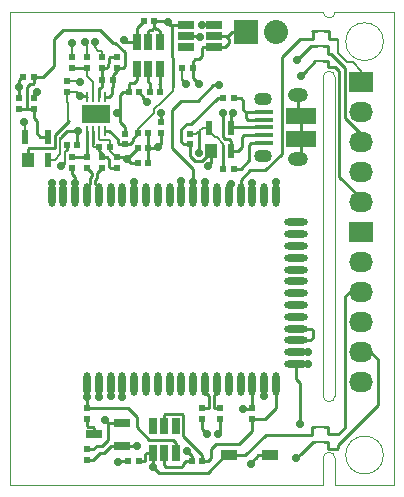
<source format=gtl>
G04 #@! TF.FileFunction,Copper,L1,Top,Signal*
%FSLAX46Y46*%
G04 Gerber Fmt 4.6, Leading zero omitted, Abs format (unit mm)*
G04 Created by KiCad (PCBNEW 4.0.2-stable) date 05/06/2016 01:14:17*
%MOMM*%
G01*
G04 APERTURE LIST*
%ADD10C,0.100000*%
%ADD11R,0.260000X0.900000*%
%ADD12R,2.450000X1.575000*%
%ADD13O,2.000000X0.600000*%
%ADD14O,0.600000X2.000000*%
%ADD15R,1.650000X0.400000*%
%ADD16O,1.500000X1.100000*%
%ADD17O,1.700000X1.200000*%
%ADD18R,2.500000X1.425000*%
%ADD19R,2.032000X1.727200*%
%ADD20O,2.032000X1.727200*%
%ADD21R,0.510000X0.580000*%
%ADD22R,0.580000X0.510000*%
%ADD23R,1.320000X0.640000*%
%ADD24R,1.030000X1.250000*%
%ADD25R,0.610000X1.250000*%
%ADD26R,0.640000X1.320000*%
%ADD27R,2.032000X2.032000*%
%ADD28O,2.032000X2.032000*%
%ADD29R,1.470000X0.890000*%
%ADD30C,0.700000*%
%ADD31C,0.250000*%
%ADD32C,0.200000*%
%ADD33C,0.225000*%
G04 APERTURE END LIST*
D10*
X137000000Y-50500000D02*
G75*
G03X137500000Y-50000000I0J500000D01*
G01*
X136500000Y-50000000D02*
G75*
G03X137000000Y-50500000I500000J0D01*
G01*
X136500000Y-57750000D02*
X136500000Y-55500000D01*
X137500000Y-55500000D02*
X137500000Y-57750000D01*
X137500000Y-55500000D02*
G75*
G03X137000000Y-55000000I-500000J0D01*
G01*
X137000000Y-55000000D02*
G75*
G03X136500000Y-55500000I0J-500000D01*
G01*
X137500000Y-65750000D02*
X137500000Y-70500000D01*
X136500000Y-58500000D02*
X136500000Y-63250000D01*
X136500000Y-75500000D02*
X136500000Y-70750000D01*
X137500000Y-70750000D02*
X137500000Y-75500000D01*
X136500000Y-87750000D02*
X136500000Y-90000000D01*
X137500000Y-90000000D02*
X137500000Y-87750000D01*
X137500000Y-57750000D02*
X137500000Y-65750000D01*
X137500000Y-70500000D02*
X137500000Y-70750000D01*
X136500000Y-63500000D02*
X136500000Y-70750000D01*
X136500000Y-63500000D02*
X136500000Y-63250000D01*
X141600000Y-87500000D02*
G75*
G03X141600000Y-87500000I-1600000J0D01*
G01*
X141600000Y-52500000D02*
G75*
G03X141600000Y-52500000I-1600000J0D01*
G01*
X136500000Y-58500000D02*
X136500000Y-57750000D01*
X142500000Y-90000000D02*
X140000000Y-90000000D01*
X142500000Y-50000000D02*
X139000000Y-50000000D01*
X142500000Y-90000000D02*
X142500000Y-50000000D01*
X139000000Y-50000000D02*
X137500000Y-50000000D01*
X136500000Y-50000000D02*
X110000000Y-50000000D01*
X136500000Y-82500000D02*
X136500000Y-75500000D01*
X137500000Y-75500000D02*
X137500000Y-82500000D01*
X137000000Y-83000000D02*
G75*
G03X137500000Y-82500000I0J500000D01*
G01*
X136500000Y-82500000D02*
G75*
G03X137000000Y-83000000I500000J0D01*
G01*
X137500000Y-87750000D02*
G75*
G03X137000000Y-87250000I-500000J0D01*
G01*
X137000000Y-87250000D02*
G75*
G03X136500000Y-87750000I0J-500000D01*
G01*
X137500000Y-90000000D02*
X139000000Y-90000000D01*
X136500000Y-90000000D02*
X110000000Y-90000000D01*
X140000000Y-90000000D02*
X139000000Y-90000000D01*
X110000000Y-50000000D02*
X110000000Y-90000000D01*
D11*
X118000000Y-57165000D03*
X117500000Y-57165000D03*
X117000000Y-57165000D03*
X116500000Y-57165000D03*
X116500000Y-60035000D03*
X117000000Y-60035000D03*
X117500000Y-60035000D03*
X118000000Y-60035000D03*
D12*
X117250000Y-58600000D03*
D13*
X134200000Y-73800000D03*
D14*
X116500000Y-81500000D03*
X117500000Y-81500000D03*
X118500000Y-81500000D03*
X119500000Y-81500000D03*
X120500000Y-81500000D03*
X121500000Y-81500000D03*
X122500000Y-81500000D03*
X123500000Y-81500000D03*
X124500000Y-81500000D03*
X125500000Y-81500000D03*
X126500000Y-81500000D03*
X127500000Y-81500000D03*
X128500000Y-81500000D03*
X129500000Y-81500000D03*
X130500000Y-81500000D03*
X131500000Y-81500000D03*
X132500000Y-81500000D03*
D13*
X134200000Y-79800000D03*
X134200000Y-78800000D03*
X134200000Y-77800000D03*
X134200000Y-76800000D03*
X134200000Y-75800000D03*
X134200000Y-74800000D03*
X134200000Y-72800000D03*
X134200000Y-71800000D03*
X134200000Y-70800000D03*
X134200000Y-69800000D03*
X134200000Y-68800000D03*
X134200000Y-67800000D03*
D14*
X132500000Y-65500000D03*
X131500000Y-65500000D03*
X130500000Y-65500000D03*
X129500000Y-65500000D03*
X128500000Y-65500000D03*
X127500000Y-65500000D03*
X126500000Y-65500000D03*
X125500000Y-65500000D03*
X124500000Y-65500000D03*
X123500000Y-65500000D03*
X122500000Y-65500000D03*
X121500000Y-65500000D03*
X120500000Y-65500000D03*
X119500000Y-65500000D03*
X118500000Y-65500000D03*
X117500000Y-65500000D03*
X116500000Y-65500000D03*
X115500000Y-65500000D03*
X114500000Y-65500000D03*
X113500000Y-65500000D03*
D15*
X131500000Y-61050000D03*
X131500000Y-60400000D03*
X131500000Y-59750900D03*
X131500000Y-59100000D03*
X131500000Y-58450000D03*
D16*
X131375000Y-62175000D03*
X131375000Y-57325000D03*
D17*
X134375000Y-62475000D03*
X134375000Y-57025000D03*
D18*
X134625000Y-60712500D03*
X134625000Y-58787500D03*
D19*
X139700000Y-68580000D03*
D20*
X139700000Y-71120000D03*
X139700000Y-73660000D03*
X139700000Y-76200000D03*
X139700000Y-78740000D03*
X139700000Y-81280000D03*
D21*
X122195000Y-50750000D03*
X121305000Y-50750000D03*
D22*
X127750000Y-83555000D03*
X127750000Y-84445000D03*
X116500000Y-83555000D03*
X116500000Y-84445000D03*
X116500000Y-87890000D03*
X116500000Y-87000000D03*
X115250000Y-54695000D03*
X115250000Y-53805000D03*
X130500000Y-83555000D03*
X130500000Y-84445000D03*
X126250000Y-83555000D03*
X126250000Y-84445000D03*
X115250000Y-62305000D03*
X115250000Y-63195000D03*
D21*
X120805000Y-62750000D03*
X121695000Y-62750000D03*
X112000000Y-55500000D03*
X111110000Y-55500000D03*
D22*
X116500000Y-54695000D03*
X116500000Y-53805000D03*
X116500000Y-62305000D03*
X116500000Y-63195000D03*
X117750000Y-62305000D03*
X117750000Y-63195000D03*
X119000000Y-54695000D03*
X119000000Y-53805000D03*
X119000000Y-62305000D03*
X119000000Y-63195000D03*
X117750000Y-54695000D03*
X117750000Y-53805000D03*
D23*
X124900000Y-51050000D03*
X124900000Y-52000000D03*
X124900000Y-52950000D03*
X127250000Y-52950000D03*
X127250000Y-52000000D03*
X127250000Y-51050000D03*
D24*
X111500000Y-62500000D03*
D25*
X113190000Y-62500000D03*
X113190000Y-60550000D03*
X111290000Y-60550000D03*
D26*
X122650000Y-52500000D03*
X121700000Y-52500000D03*
X120750000Y-52500000D03*
X120750000Y-54850000D03*
X121700000Y-54850000D03*
X122650000Y-54850000D03*
D24*
X127010000Y-61725000D03*
D25*
X128700000Y-61725000D03*
X128700000Y-59775000D03*
X126800000Y-59775000D03*
D23*
X119425000Y-86700000D03*
X119425000Y-84800000D03*
X117075000Y-85750000D03*
D21*
X121805000Y-56750000D03*
X122695000Y-56750000D03*
X118445000Y-61400000D03*
X117555000Y-61400000D03*
X118695000Y-55750000D03*
X117805000Y-55750000D03*
D22*
X119750000Y-61195000D03*
X119750000Y-60305000D03*
X114800000Y-56745000D03*
X114800000Y-55855000D03*
D27*
X130000000Y-51700000D03*
D28*
X132540000Y-51700000D03*
D26*
X122100000Y-87350000D03*
X123050000Y-87350000D03*
X124000000Y-87350000D03*
X124000000Y-85000000D03*
X123050000Y-85000000D03*
X122100000Y-85000000D03*
D19*
X139700000Y-55880000D03*
D20*
X139700000Y-58420000D03*
X139700000Y-60960000D03*
X139700000Y-63500000D03*
X139700000Y-66040000D03*
X139700000Y-68580000D03*
D22*
X122750000Y-60195000D03*
X122750000Y-59305000D03*
D21*
X128945000Y-57250000D03*
X128055000Y-57250000D03*
X128945000Y-63250000D03*
X128055000Y-63250000D03*
D29*
X128500000Y-87500000D03*
X132000000Y-87500000D03*
D21*
X120805000Y-61500000D03*
X121695000Y-61500000D03*
D22*
X110750000Y-58195000D03*
X110750000Y-57305000D03*
X125250000Y-60305000D03*
X125250000Y-61195000D03*
D21*
X126250000Y-88000000D03*
X125360000Y-88000000D03*
X125445000Y-54750000D03*
X124555000Y-54750000D03*
X120890000Y-88000000D03*
X120000000Y-88000000D03*
X120055000Y-56750000D03*
X120945000Y-56750000D03*
X120805000Y-60250000D03*
X121695000Y-60250000D03*
X115695000Y-61250000D03*
X114805000Y-61250000D03*
D22*
X112000000Y-58190000D03*
X112000000Y-57300000D03*
D30*
X135200000Y-79800000D03*
X117500000Y-82600000D03*
X118500000Y-82500000D03*
X119500000Y-82600000D03*
X119100000Y-88100000D03*
X126747676Y-62998477D03*
X132500000Y-64400000D03*
X134500000Y-84900000D03*
X125000000Y-87200000D03*
X124900000Y-56100000D03*
X119592210Y-52337588D03*
X126039998Y-52100000D03*
X122500000Y-61400000D03*
X120500000Y-64400000D03*
X124500000Y-64300000D03*
X115200000Y-52600000D03*
X115900000Y-55900000D03*
X115500000Y-64500000D03*
X121600000Y-57600000D03*
X110724980Y-56367425D03*
X122100000Y-88524980D03*
X127700000Y-56200000D03*
X125500000Y-64400000D03*
X125944998Y-61920037D03*
X125950000Y-56050000D03*
X130400000Y-88300000D03*
X120700000Y-86700000D03*
X126500000Y-64400000D03*
X111200000Y-59300000D03*
X123350000Y-50850000D03*
X119900000Y-62400000D03*
X115700000Y-60100000D03*
X112243144Y-56729708D03*
X114300000Y-63000000D03*
X122800000Y-58500000D03*
X126200000Y-51100000D03*
X116500000Y-82600000D03*
X129700000Y-83600000D03*
X134275066Y-54029688D03*
X130500000Y-64500000D03*
X128667009Y-64570455D03*
X134600124Y-55379709D03*
X135200000Y-78800000D03*
X134227311Y-87772689D03*
X131500000Y-82500000D03*
X126656885Y-85693091D03*
X128000021Y-58500000D03*
X127556885Y-85693091D03*
X128900000Y-58500000D03*
X117200000Y-52495998D03*
X114500000Y-64500000D03*
X116300000Y-52495998D03*
X113500000Y-64500000D03*
X119025002Y-58500000D03*
X115900000Y-57100000D03*
X118000000Y-84500000D03*
D31*
X134200000Y-79800000D02*
X135200000Y-79800000D01*
X117500000Y-81500000D02*
X117500000Y-82600000D01*
X118500000Y-81500000D02*
X118500000Y-82500000D01*
X119500000Y-81500000D02*
X119500000Y-82600000D01*
X120000000Y-88000000D02*
X119200000Y-88000000D01*
X119200000Y-88000000D02*
X119100000Y-88100000D01*
X127010000Y-61725000D02*
X127010000Y-62736153D01*
X127010000Y-62736153D02*
X126747676Y-62998477D01*
X132500000Y-64400000D02*
X132500000Y-65500000D01*
X134500000Y-81400000D02*
X134200000Y-81100000D01*
X134200000Y-81100000D02*
X134200000Y-79800000D01*
X134500000Y-84900000D02*
X134500000Y-81400000D01*
X124900000Y-56100000D02*
X124550001Y-55750001D01*
X124550001Y-55750001D02*
X124550001Y-55659999D01*
X124550001Y-55659999D02*
X124555000Y-55655000D01*
X125360000Y-88000000D02*
X125360000Y-87560000D01*
X125360000Y-87560000D02*
X125000000Y-87200000D01*
X123200000Y-88500000D02*
X123050000Y-88350000D01*
X123050000Y-88350000D02*
X123050000Y-87350000D01*
X124500000Y-88500000D02*
X123200000Y-88500000D01*
X124600000Y-88400000D02*
X124500000Y-88500000D01*
X124600000Y-88255000D02*
X124600000Y-88400000D01*
X125360000Y-88000000D02*
X124855000Y-88000000D01*
X124855000Y-88000000D02*
X124600000Y-88255000D01*
D32*
X124555000Y-54750000D02*
X124555000Y-55655000D01*
X124555000Y-55655000D02*
X124600000Y-55700000D01*
D31*
X127010000Y-61835000D02*
X127010000Y-61725000D01*
X126245000Y-62600000D02*
X127010000Y-61835000D01*
X125625957Y-62600000D02*
X126245000Y-62600000D01*
X125250000Y-62224043D02*
X125625957Y-62600000D01*
X125250000Y-61195000D02*
X125250000Y-62224043D01*
X124500000Y-61000000D02*
X124695000Y-61195000D01*
X124695000Y-61195000D02*
X125250000Y-61195000D01*
X124500000Y-59924998D02*
X124500000Y-61000000D01*
X125300000Y-59500000D02*
X124924998Y-59500000D01*
X124924998Y-59500000D02*
X124500000Y-59924998D01*
X128055000Y-57250000D02*
X127550000Y-57250000D01*
X127550000Y-57250000D02*
X125300000Y-59500000D01*
X120750000Y-52500000D02*
X119754622Y-52500000D01*
X119754622Y-52500000D02*
X119592210Y-52337588D01*
X125939998Y-52000000D02*
X126039998Y-52100000D01*
X124900000Y-52000000D02*
X125939998Y-52000000D01*
X122750000Y-60195000D02*
X122750000Y-61150000D01*
X122750000Y-61150000D02*
X122500000Y-61400000D01*
X121695000Y-61500000D02*
X122400000Y-61500000D01*
X122400000Y-61500000D02*
X122500000Y-61400000D01*
X121695000Y-60250000D02*
X121695000Y-61500000D01*
X121695000Y-62750000D02*
X121695000Y-61500000D01*
X120500000Y-65500000D02*
X120500000Y-64400000D01*
X124500000Y-65500000D02*
X124500000Y-64300000D01*
D32*
X115250000Y-53805000D02*
X115250000Y-52650000D01*
X115250000Y-52650000D02*
X115200000Y-52600000D01*
X114800000Y-55855000D02*
X115855000Y-55855000D01*
X115855000Y-55855000D02*
X115900000Y-55900000D01*
D31*
X120750000Y-52500000D02*
X120750000Y-51305000D01*
X120750000Y-51305000D02*
X121305000Y-50750000D01*
X115250000Y-63195000D02*
X115250000Y-63700000D01*
X115250000Y-63700000D02*
X115500000Y-63950000D01*
X115500000Y-63950000D02*
X115500000Y-64500000D01*
X115500000Y-65500000D02*
X115500000Y-64500000D01*
X121224999Y-57124999D02*
X121224999Y-57300001D01*
X121224999Y-57300001D02*
X121524998Y-57600000D01*
X121524998Y-57600000D02*
X121600000Y-57600000D01*
X120945000Y-56845000D02*
X121224999Y-57124999D01*
X120945000Y-56750000D02*
X120945000Y-56845000D01*
X111000000Y-55500000D02*
X110724980Y-55775020D01*
X110724980Y-55775020D02*
X110724980Y-56367425D01*
X111110000Y-55500000D02*
X111000000Y-55500000D01*
X110750000Y-57305000D02*
X110750000Y-56392445D01*
X110750000Y-56392445D02*
X110724980Y-56367425D01*
X122449999Y-88874979D02*
X122100000Y-88524980D01*
X128500000Y-87500000D02*
X128210000Y-87500000D01*
X126710000Y-89000000D02*
X122575020Y-89000000D01*
X128210000Y-87500000D02*
X126710000Y-89000000D01*
X122100000Y-87350000D02*
X122100000Y-88524980D01*
X122575020Y-89000000D02*
X122449999Y-88874979D01*
X123700000Y-61500000D02*
X125500000Y-63300000D01*
X125500000Y-63300000D02*
X125500000Y-64400000D01*
X123700000Y-58300000D02*
X123700000Y-61500000D01*
X124500000Y-57500000D02*
X123700000Y-58300000D01*
X125905026Y-57500000D02*
X124500000Y-57500000D01*
X127700000Y-56200000D02*
X127205026Y-56200000D01*
X127205026Y-56200000D02*
X125905026Y-57500000D01*
D32*
X126800000Y-60095000D02*
X126800000Y-59775000D01*
X127305000Y-60600000D02*
X126800000Y-60095000D01*
X127467120Y-60600000D02*
X127305000Y-60600000D01*
X128000000Y-61132880D02*
X127467120Y-60600000D01*
X128000000Y-61249999D02*
X128000000Y-61132880D01*
D31*
X131625000Y-85775000D02*
X129900000Y-87500000D01*
X129900000Y-87500000D02*
X128500000Y-87500000D01*
X135575000Y-85775000D02*
X131625000Y-85775000D01*
X125500000Y-65500000D02*
X125500000Y-64400000D01*
X120890000Y-88000000D02*
X121395000Y-88000000D01*
X121395000Y-88000000D02*
X121400000Y-87995000D01*
X121400000Y-87995000D02*
X121400000Y-87480000D01*
X121530000Y-87350000D02*
X122100000Y-87350000D01*
X121400000Y-87480000D02*
X121530000Y-87350000D01*
X126000000Y-60070000D02*
X126000000Y-61865035D01*
D32*
X126000000Y-60070000D02*
X125765000Y-60305000D01*
X126295000Y-59775000D02*
X126000000Y-60070000D01*
D31*
X126000000Y-61865035D02*
X125944998Y-61920037D01*
D32*
X126800000Y-59775000D02*
X126295000Y-59775000D01*
X125765000Y-60305000D02*
X125250000Y-60305000D01*
D31*
X128000000Y-61500000D02*
X128000000Y-61249999D01*
X128000000Y-62655000D02*
X128000000Y-61500000D01*
X128055000Y-63250000D02*
X128055000Y-62710000D01*
X128055000Y-62710000D02*
X128000000Y-62655000D01*
X135775000Y-85125000D02*
X135575000Y-85125000D01*
X136900000Y-85750000D02*
X136900000Y-85150000D01*
X137775000Y-85750000D02*
X136900000Y-85750000D01*
X138325000Y-85200000D02*
X137775000Y-85750000D01*
X138325000Y-74075000D02*
X138325000Y-85200000D01*
X138740000Y-73660000D02*
X138325000Y-74075000D01*
X136875000Y-85125000D02*
X136550000Y-85125000D01*
X136900000Y-85150000D02*
X136875000Y-85125000D01*
D32*
X135775000Y-85125000D02*
X136550000Y-85125000D01*
D31*
X135575000Y-85125000D02*
X135575000Y-85775000D01*
X139700000Y-73660000D02*
X138740000Y-73660000D01*
X125500000Y-54805000D02*
X125500000Y-55600000D01*
X125500000Y-55600000D02*
X125950000Y-56050000D01*
X125500000Y-54805000D02*
X125445000Y-54750000D01*
X130785000Y-87715000D02*
X130400000Y-88100000D01*
X130400000Y-88100000D02*
X130400000Y-88300000D01*
X130800000Y-87715000D02*
X130785000Y-87715000D01*
X132000000Y-87500000D02*
X131015000Y-87500000D01*
X131015000Y-87500000D02*
X130800000Y-87715000D01*
X120700000Y-86700000D02*
X119425000Y-86700000D01*
X126500000Y-65500000D02*
X126500000Y-64400000D01*
X118500000Y-86700000D02*
X119425000Y-86700000D01*
X117900000Y-87300000D02*
X118500000Y-86700000D01*
X117630000Y-87300000D02*
X117900000Y-87300000D01*
X116500000Y-87890000D02*
X117040000Y-87890000D01*
X117040000Y-87890000D02*
X117630000Y-87300000D01*
X130000000Y-51700000D02*
X128800000Y-51700000D01*
X128800000Y-51700000D02*
X128375000Y-52125000D01*
X128500000Y-52250000D02*
X128375000Y-52125000D01*
X128375000Y-52125000D02*
X128250000Y-52000000D01*
X128250000Y-52000000D02*
X127250000Y-52000000D01*
X128500000Y-52610000D02*
X128500000Y-52250000D01*
X127250000Y-52950000D02*
X128160000Y-52950000D01*
X128160000Y-52950000D02*
X128500000Y-52610000D01*
X125445000Y-54750000D02*
X125445000Y-54210000D01*
X125445000Y-54210000D02*
X125655000Y-54000000D01*
X125655000Y-54000000D02*
X126000000Y-54000000D01*
X126250000Y-53040000D02*
X126340000Y-52950000D01*
X126000000Y-54000000D02*
X126250000Y-53750000D01*
X126250000Y-53750000D02*
X126250000Y-53040000D01*
X126340000Y-52950000D02*
X127250000Y-52950000D01*
X132500000Y-81500000D02*
X132500000Y-83500000D01*
X132500000Y-83500000D02*
X131555000Y-84445000D01*
X131555000Y-84445000D02*
X130500000Y-84445000D01*
X129400000Y-86600000D02*
X130500000Y-85500000D01*
X130500000Y-85500000D02*
X130500000Y-84445000D01*
X127400000Y-86600000D02*
X129400000Y-86600000D01*
X127000000Y-87000000D02*
X127400000Y-86600000D01*
X127000000Y-87755000D02*
X127000000Y-87000000D01*
X126250000Y-88000000D02*
X126755000Y-88000000D01*
X126755000Y-88000000D02*
X127000000Y-87755000D01*
X123050000Y-84090000D02*
X123050000Y-85000000D01*
X123125001Y-84014999D02*
X123050000Y-84090000D01*
X124645001Y-84079999D02*
X124580001Y-84014999D01*
X124580001Y-84014999D02*
X123125001Y-84014999D01*
X124645001Y-85855001D02*
X124645001Y-84079999D01*
X126250000Y-87460000D02*
X124645001Y-85855001D01*
X126250000Y-88000000D02*
X126250000Y-87460000D01*
D32*
X123800000Y-56637996D02*
X123800000Y-56300000D01*
X122487998Y-57849998D02*
X122587998Y-57849998D01*
X122149998Y-58187998D02*
X122487998Y-57849998D01*
X122149998Y-58550002D02*
X122149998Y-58187998D01*
X120805000Y-59895000D02*
X122149998Y-58550002D01*
X120805000Y-60250000D02*
X120805000Y-59895000D01*
X122587998Y-57849998D02*
X123800000Y-56637996D01*
D31*
X123800000Y-56300000D02*
X123800000Y-53900000D01*
X123700000Y-53800000D02*
X123700000Y-51050000D01*
X123800000Y-53900000D02*
X123700000Y-53800000D01*
X123700000Y-51050000D02*
X123700000Y-51100000D01*
X123700000Y-51100000D02*
X123700000Y-51050000D01*
D32*
X111290000Y-59390000D02*
X111290000Y-60550000D01*
X111200000Y-59300000D02*
X111290000Y-59390000D01*
D31*
X123550000Y-51050000D02*
X123350000Y-50850000D01*
X123700000Y-51050000D02*
X123550000Y-51050000D01*
X123350000Y-50850000D02*
X123250000Y-50750000D01*
X123250000Y-50750000D02*
X122195000Y-50750000D01*
X124900000Y-51050000D02*
X123700000Y-51050000D01*
X121800000Y-51490000D02*
X121995000Y-51490000D01*
X121995000Y-51490000D02*
X122195000Y-51290000D01*
X121700000Y-52500000D02*
X121700000Y-51590000D01*
X121700000Y-51590000D02*
X121800000Y-51490000D01*
X122460000Y-51400000D02*
X122305000Y-51400000D01*
X122305000Y-51400000D02*
X122195000Y-51290000D01*
X122195000Y-51290000D02*
X122195000Y-50750000D01*
X122650000Y-52500000D02*
X122650000Y-51590000D01*
X122650000Y-51590000D02*
X122460000Y-51400000D01*
X120805000Y-60250000D02*
X120805000Y-60295000D01*
X120805000Y-60295000D02*
X120400000Y-60700000D01*
X120400000Y-60700000D02*
X120400000Y-60900000D01*
X120400000Y-60900000D02*
X120105000Y-61195000D01*
X120105000Y-61195000D02*
X119750000Y-61195000D01*
X119750000Y-61195000D02*
X120005000Y-61195000D01*
X118000000Y-60035000D02*
X118380000Y-60035000D01*
X118380000Y-60035000D02*
X119100000Y-60755000D01*
X119100000Y-60755000D02*
X119100000Y-61085000D01*
X119100000Y-61085000D02*
X119210000Y-61195000D01*
X119210000Y-61195000D02*
X119750000Y-61195000D01*
X113700000Y-54600000D02*
X112800000Y-55500000D01*
X112800000Y-55500000D02*
X112000000Y-55500000D01*
X113700000Y-52300000D02*
X113700000Y-54600000D01*
X114500000Y-51500000D02*
X113700000Y-52300000D01*
X117600000Y-51500000D02*
X114500000Y-51500000D01*
X118700000Y-52600000D02*
X117600000Y-51500000D01*
X118900000Y-52600000D02*
X118700000Y-52600000D01*
X119700000Y-53400000D02*
X118900000Y-52600000D01*
X119700000Y-54535000D02*
X119700000Y-53400000D01*
X119000000Y-54695000D02*
X119540000Y-54695000D01*
X119540000Y-54695000D02*
X119700000Y-54535000D01*
X118695000Y-55750000D02*
X118695000Y-56290000D01*
X118695000Y-56290000D02*
X118600000Y-56385000D01*
X118600000Y-56385000D02*
X118600000Y-56945000D01*
X118380000Y-57165000D02*
X118000000Y-57165000D01*
X118600000Y-56945000D02*
X118380000Y-57165000D01*
X119000000Y-54695000D02*
X119000000Y-55000000D01*
X119000000Y-55000000D02*
X118695000Y-55305000D01*
X118695000Y-55305000D02*
X118695000Y-55750000D01*
X111640002Y-56100000D02*
X111940000Y-56100000D01*
X111940000Y-56100000D02*
X112000000Y-56040000D01*
X112000000Y-56040000D02*
X112000000Y-55500000D01*
X111400000Y-56769998D02*
X111400000Y-56340002D01*
X111400000Y-56340002D02*
X111640002Y-56100000D01*
X111384999Y-58174999D02*
X111384999Y-56784999D01*
X111400000Y-58190000D02*
X110755000Y-58190000D01*
X112000000Y-58190000D02*
X111400000Y-58190000D01*
X111384999Y-56784999D02*
X111400000Y-56769998D01*
X111400000Y-58190000D02*
X111384999Y-58174999D01*
X110755000Y-58190000D02*
X110750000Y-58195000D01*
X113190000Y-60550000D02*
X112550000Y-60550000D01*
X112550000Y-60550000D02*
X112250000Y-60250000D01*
X112250000Y-60250000D02*
X112250000Y-59250000D01*
X112250000Y-59250000D02*
X112000000Y-59000000D01*
X112000000Y-59000000D02*
X112000000Y-58190000D01*
X118695000Y-55710000D02*
X118705000Y-55700000D01*
D32*
X117500000Y-60155000D02*
X117545000Y-60200000D01*
X114249999Y-62050001D02*
X113800000Y-62500000D01*
X113800000Y-62500000D02*
X113190000Y-62500000D01*
X114300000Y-60600000D02*
X114249999Y-60650001D01*
X114249999Y-60650001D02*
X114249999Y-62050001D01*
D31*
X114300000Y-60600000D02*
X114300000Y-60634999D01*
X114800000Y-60100000D02*
X114300000Y-60600000D01*
X114936411Y-60100000D02*
X114800000Y-60100000D01*
X113190000Y-62500000D02*
X113400000Y-62500000D01*
X115205026Y-60100000D02*
X115700000Y-60100000D01*
X114936411Y-60100000D02*
X115205026Y-60100000D01*
X113190000Y-62500000D02*
X113190000Y-62180000D01*
D32*
X118445000Y-61785000D02*
X118445000Y-61400000D01*
X119000000Y-62305000D02*
X118965000Y-62305000D01*
X118965000Y-62305000D02*
X118445000Y-61785000D01*
X118110001Y-60800000D02*
X117615000Y-60800000D01*
X117615000Y-60800000D02*
X117500000Y-60685000D01*
X117500000Y-60685000D02*
X117524999Y-60709999D01*
X117500000Y-60035000D02*
X117500000Y-60685000D01*
X118110001Y-60800000D02*
X118110001Y-60785001D01*
X118400000Y-60800000D02*
X118110001Y-60800000D01*
X118445000Y-60845000D02*
X118400000Y-60800000D01*
X118445000Y-61250000D02*
X118445000Y-60845000D01*
D31*
X120805000Y-61595000D02*
X120705000Y-61595000D01*
X120705000Y-61595000D02*
X119900000Y-62400000D01*
X120805000Y-61500000D02*
X120805000Y-61595000D01*
X120250001Y-62749999D02*
X120300000Y-62750000D01*
X120300000Y-62750000D02*
X120805000Y-62750000D01*
X119900000Y-62400000D02*
X120250001Y-62749999D01*
X119600000Y-62400000D02*
X119600000Y-62365000D01*
X119600000Y-62365000D02*
X119540000Y-62305000D01*
X119540000Y-62305000D02*
X119000000Y-62305000D01*
X119900000Y-62400000D02*
X119600000Y-62400000D01*
X115695000Y-61250000D02*
X115695000Y-60105000D01*
X115695000Y-60105000D02*
X115700000Y-60100000D01*
X130250000Y-62500000D02*
X129500000Y-63250000D01*
X129500000Y-63250000D02*
X128945000Y-63250000D01*
X130250000Y-61225000D02*
X130250000Y-62500000D01*
X131500000Y-61050000D02*
X130425000Y-61050000D01*
X130425000Y-61050000D02*
X130250000Y-61225000D01*
X129750000Y-57500000D02*
X129500000Y-57250000D01*
X129500000Y-57250000D02*
X128945000Y-57250000D01*
X129750000Y-58250000D02*
X129750000Y-57500000D01*
X130100000Y-59100000D02*
X129950000Y-58950000D01*
X129950000Y-58950000D02*
X129950000Y-58450000D01*
X131500000Y-59100000D02*
X130100000Y-59100000D01*
X129950000Y-58450000D02*
X129750000Y-58250000D01*
X131500000Y-58450000D02*
X129950000Y-58450000D01*
X112000000Y-56795000D02*
X112065292Y-56729708D01*
X112000000Y-57300000D02*
X112000000Y-56795000D01*
X112065292Y-56729708D02*
X112243144Y-56729708D01*
D32*
X114659999Y-62800000D02*
X114500000Y-62800000D01*
X114500000Y-62800000D02*
X114300000Y-63000000D01*
X114659999Y-62340001D02*
X114659999Y-62800000D01*
X114659999Y-62800000D02*
X114659999Y-62840001D01*
X114805000Y-61695000D02*
X114659999Y-61840001D01*
X114659999Y-61840001D02*
X114659999Y-62340001D01*
D31*
X114805000Y-61250000D02*
X114805000Y-61695000D01*
X122750000Y-58550000D02*
X122800000Y-58500000D01*
X122750000Y-59305000D02*
X122750000Y-58550000D01*
X126200000Y-51100000D02*
X127200000Y-51100000D01*
X127200000Y-51100000D02*
X127250000Y-51050000D01*
X116500000Y-83555000D02*
X116500000Y-82600000D01*
X116500000Y-81500000D02*
X116500000Y-82600000D01*
X124000000Y-87350000D02*
X124000000Y-86440000D01*
X120700000Y-85165002D02*
X120700000Y-84300000D01*
X124000000Y-86440000D02*
X123800000Y-86240000D01*
X123800000Y-86240000D02*
X121774998Y-86240000D01*
X121774998Y-86240000D02*
X120700000Y-85165002D01*
X120700000Y-84300000D02*
X119955000Y-83555000D01*
X119955000Y-83555000D02*
X116500000Y-83555000D01*
X124000000Y-87350000D02*
X124000000Y-86700000D01*
X129700000Y-83600000D02*
X130455000Y-83600000D01*
X130455000Y-83600000D02*
X130500000Y-83555000D01*
X130500000Y-83555000D02*
X130500000Y-81500000D01*
X134625000Y-60712500D02*
X134625000Y-62225000D01*
X134625000Y-62225000D02*
X134375000Y-62475000D01*
X134625000Y-58787500D02*
X134625000Y-60712500D01*
X134375000Y-57025000D02*
X134375000Y-58537500D01*
X134375000Y-58537500D02*
X134625000Y-58787500D01*
X135950000Y-51625000D02*
X135525000Y-51625000D01*
X135525000Y-51625000D02*
X135600000Y-51700000D01*
X135600000Y-51700000D02*
X135600000Y-52250000D01*
X135600000Y-52250000D02*
X134550000Y-52250000D01*
X134550000Y-52250000D02*
X133000000Y-53800000D01*
X129500000Y-64200000D02*
X129500000Y-65500000D01*
X133000000Y-53800000D02*
X133000000Y-62000000D01*
X133000000Y-62000000D02*
X131600000Y-63400000D01*
X131600000Y-63400000D02*
X130300000Y-63400000D01*
X130300000Y-63400000D02*
X129500000Y-64200000D01*
X136975000Y-52300000D02*
X136975000Y-51625000D01*
D32*
X137750000Y-52350000D02*
X137700000Y-52300000D01*
X139700000Y-55880000D02*
X139700000Y-54950000D01*
X138500000Y-54250000D02*
X137750000Y-53500000D01*
X139000000Y-54250000D02*
X138500000Y-54250000D01*
X139700000Y-54950000D02*
X139000000Y-54250000D01*
X137750000Y-53500000D02*
X137750000Y-52350000D01*
D31*
X136975000Y-52300000D02*
X137700000Y-52300000D01*
X136975000Y-51625000D02*
X136525000Y-51625000D01*
D32*
X135950000Y-51625000D02*
X136525000Y-51625000D01*
D31*
X135429754Y-52875000D02*
X134625065Y-53679689D01*
X134625065Y-53679689D02*
X134275066Y-54029688D01*
X136000000Y-52875000D02*
X135429754Y-52875000D01*
X130500000Y-64500000D02*
X130500000Y-65500000D01*
D32*
X135975000Y-52875000D02*
X136000000Y-52875000D01*
X136000000Y-52875000D02*
X136500000Y-52875000D01*
D31*
X136900000Y-52875000D02*
X136500000Y-52875000D01*
X136925000Y-52850000D02*
X136900000Y-52875000D01*
X136925000Y-53550000D02*
X136925000Y-52850000D01*
X136900000Y-53575000D02*
X136925000Y-53550000D01*
X137175000Y-53575000D02*
X136900000Y-53575000D01*
X138050000Y-54450000D02*
X137175000Y-53575000D01*
X138075000Y-54450000D02*
X138050000Y-54450000D01*
X138325000Y-54700000D02*
X138075000Y-54450000D01*
X138325000Y-58950000D02*
X138325000Y-54700000D01*
X138325000Y-58950000D02*
X139700000Y-60325000D01*
X139700000Y-60960000D02*
X139700000Y-60325000D01*
X128667009Y-65065429D02*
X128667009Y-64570455D01*
X128500000Y-65500000D02*
X128667009Y-65332991D01*
X128667009Y-65332991D02*
X128667009Y-65065429D01*
X135825000Y-54154833D02*
X134950123Y-55029710D01*
X135825000Y-54125000D02*
X135825000Y-54154833D01*
X134950123Y-55029710D02*
X134600124Y-55379709D01*
X135200000Y-78800000D02*
X134200000Y-78800000D01*
X139700000Y-66040000D02*
X139700000Y-65750000D01*
X136875000Y-54625000D02*
X136875000Y-54175000D01*
X137874998Y-54950000D02*
X137850000Y-54950000D01*
X137525000Y-54625000D02*
X136875000Y-54625000D01*
X137850000Y-54950000D02*
X137525000Y-54625000D01*
X136825000Y-54125000D02*
X136500000Y-54125000D01*
X136875000Y-54175000D02*
X136825000Y-54125000D01*
D32*
X135825000Y-54125000D02*
X136500000Y-54125000D01*
D31*
X139700000Y-65750000D02*
X137874998Y-63924998D01*
X137874998Y-63924998D02*
X137874998Y-54950000D01*
X137874998Y-54950000D02*
X137874998Y-54949998D01*
X134577310Y-87422690D02*
X134227311Y-87772689D01*
X135625000Y-86375000D02*
X134577310Y-87422690D01*
X135800000Y-86375000D02*
X135625000Y-86375000D01*
X131500000Y-82500000D02*
X131500000Y-81500000D01*
X140465000Y-78740000D02*
X141100000Y-79375000D01*
X141100000Y-79375000D02*
X141100000Y-83300000D01*
X141100000Y-83300000D02*
X137750000Y-86650000D01*
X137750000Y-86650000D02*
X137750000Y-86925000D01*
X137750000Y-86925000D02*
X137700000Y-86975000D01*
X137700000Y-86975000D02*
X136950000Y-86975000D01*
X136950000Y-86975000D02*
X136925000Y-86950000D01*
X136925000Y-86950000D02*
X136925000Y-86375000D01*
X136925000Y-86375000D02*
X136550000Y-86375000D01*
D32*
X135800000Y-86375000D02*
X136550000Y-86375000D01*
D31*
X139700000Y-78740000D02*
X140465000Y-78740000D01*
X134200000Y-77800000D02*
X135400000Y-77800000D01*
X135500000Y-76800000D02*
X134200000Y-76800000D01*
X135600000Y-76900000D02*
X135500000Y-76800000D01*
X135600000Y-77600000D02*
X135600000Y-76900000D01*
X135400000Y-77800000D02*
X135600000Y-77600000D01*
D33*
X126250000Y-84445000D02*
X126250000Y-85286206D01*
X126250000Y-85286206D02*
X126656885Y-85693091D01*
X128000000Y-60549502D02*
X128000000Y-58500021D01*
X128000000Y-58500021D02*
X128000021Y-58500000D01*
X128527501Y-60702501D02*
X128152999Y-60702501D01*
X128700000Y-60875000D02*
X128527501Y-60702501D01*
X128152999Y-60702501D02*
X128000000Y-60549502D01*
X128700000Y-61725000D02*
X128700000Y-60875000D01*
D31*
X129600000Y-61400000D02*
X129275000Y-61725000D01*
X129275000Y-61725000D02*
X128700000Y-61725000D01*
X129600000Y-60600000D02*
X129600000Y-61400000D01*
X129800000Y-60400000D02*
X129600000Y-60600000D01*
X131500000Y-60400000D02*
X129800000Y-60400000D01*
D33*
X126250000Y-84480000D02*
X126250000Y-84445000D01*
X127750000Y-84445000D02*
X127750000Y-85499976D01*
X127750000Y-85499976D02*
X127556885Y-85693091D01*
X128700000Y-59775000D02*
X128700000Y-58700000D01*
X128700000Y-58700000D02*
X128900000Y-58500000D01*
D31*
X131500000Y-59750900D02*
X128724100Y-59750900D01*
X128724100Y-59750900D02*
X128700000Y-59775000D01*
D33*
X126250000Y-83555000D02*
X126787500Y-83555000D01*
X126787500Y-83555000D02*
X126787500Y-82487500D01*
X126787500Y-82487500D02*
X126500000Y-82200000D01*
X126500000Y-82200000D02*
X126500000Y-81500000D01*
X127212500Y-83555000D02*
X127212500Y-82487500D01*
X127500000Y-82200000D02*
X127500000Y-81500000D01*
X127750000Y-83555000D02*
X127212500Y-83555000D01*
X127212500Y-82487500D02*
X127500000Y-82200000D01*
X117212500Y-64203450D02*
X117337500Y-64078450D01*
X117337500Y-64078450D02*
X117337500Y-63642500D01*
X117337500Y-63642500D02*
X117750000Y-63230000D01*
X117750000Y-63230000D02*
X117750000Y-63195000D01*
X117500000Y-65500000D02*
X117500000Y-64800000D01*
X117212500Y-64512500D02*
X117212500Y-64203450D01*
X117500000Y-64800000D02*
X117212500Y-64512500D01*
X116787500Y-64027410D02*
X116912500Y-63902410D01*
X116912500Y-63902410D02*
X116912500Y-63642500D01*
X116912500Y-63642500D02*
X116500000Y-63230000D01*
X116500000Y-63230000D02*
X116500000Y-63195000D01*
X116500000Y-65500000D02*
X116500000Y-64800000D01*
X116500000Y-64800000D02*
X116787500Y-64512500D01*
X116787500Y-64512500D02*
X116787500Y-64027410D01*
D32*
X117750000Y-53805000D02*
X117750000Y-53350000D01*
X117750000Y-53350000D02*
X117650000Y-53250000D01*
X117650000Y-53250000D02*
X117459028Y-53250000D01*
X117200000Y-52990972D02*
X117200000Y-52495998D01*
X117459028Y-53250000D02*
X117200000Y-52990972D01*
X114500000Y-65500000D02*
X114500000Y-64500000D01*
X114399835Y-65399835D02*
X114399835Y-64977090D01*
X114500000Y-65500000D02*
X114399835Y-65399835D01*
X116500000Y-53805000D02*
X116500000Y-52695998D01*
X116500000Y-52695998D02*
X116300000Y-52495998D01*
X113500000Y-65500000D02*
X113500000Y-64500000D01*
X114900000Y-59300000D02*
X114900000Y-57700000D01*
X114800000Y-57600000D02*
X114800000Y-56745000D01*
X114900000Y-57700000D02*
X114800000Y-57600000D01*
X114805001Y-56750001D02*
X115550001Y-56750001D01*
D31*
X115550001Y-56750001D02*
X115900000Y-57100000D01*
D32*
X114805001Y-56750001D02*
X114800000Y-56745000D01*
D31*
X113820001Y-61435001D02*
X113755002Y-61500000D01*
X114945000Y-59255000D02*
X114900000Y-59300000D01*
X114900000Y-59300000D02*
X113820001Y-60379999D01*
X113820001Y-60379999D02*
X113820001Y-61435001D01*
X113755002Y-61500000D02*
X111625000Y-61500000D01*
X111625000Y-61500000D02*
X111500000Y-61625000D01*
X111500000Y-61625000D02*
X111500000Y-62500000D01*
X115900000Y-57100000D02*
X116435000Y-57100000D01*
X116435000Y-57100000D02*
X116500000Y-57165000D01*
X119125002Y-58400000D02*
X119025002Y-58500000D01*
X119300000Y-58400000D02*
X119125002Y-58400000D01*
X119300000Y-58400000D02*
X119300000Y-59300000D01*
X119300000Y-57000000D02*
X119300000Y-58400000D01*
X119300000Y-59300000D02*
X119750000Y-59750000D01*
X119750000Y-59750000D02*
X119750000Y-60305000D01*
X120055000Y-56750000D02*
X119550000Y-56750000D01*
X119550000Y-56750000D02*
X119300000Y-57000000D01*
X120055000Y-56750000D02*
X120055000Y-56045000D01*
X120055000Y-56045000D02*
X120100000Y-56000000D01*
X120100000Y-56000000D02*
X120510000Y-56000000D01*
X120510000Y-56000000D02*
X120750000Y-55760000D01*
X120750000Y-55760000D02*
X120750000Y-54850000D01*
X120055000Y-56750000D02*
X120050000Y-56750000D01*
X119000000Y-53805000D02*
X118460000Y-53805000D01*
X117941410Y-54695000D02*
X117936400Y-54700010D01*
X118460000Y-53805000D02*
X118365001Y-53899999D01*
X118365001Y-53899999D02*
X118365001Y-54320001D01*
X118365001Y-54320001D02*
X118300000Y-54385002D01*
X118300000Y-54385002D02*
X118300000Y-54600000D01*
X118300000Y-54600000D02*
X118205000Y-54695000D01*
X118205000Y-54695000D02*
X117941410Y-54695000D01*
X117936400Y-54700010D02*
X117755010Y-54700010D01*
X117755010Y-54700010D02*
X117805000Y-54750000D01*
X117805000Y-54750000D02*
X117805000Y-55750000D01*
X117700000Y-56400000D02*
X117805000Y-56295000D01*
X117805000Y-56295000D02*
X117805000Y-55750000D01*
X117565000Y-56400000D02*
X117700000Y-56400000D01*
X117500000Y-57165000D02*
X117500000Y-56465000D01*
X117500000Y-56465000D02*
X117565000Y-56400000D01*
X119000000Y-63195000D02*
X118495000Y-63195000D01*
X118205000Y-62305000D02*
X117750000Y-62305000D01*
X118400000Y-62500000D02*
X118205000Y-62305000D01*
X118400000Y-63100000D02*
X118400000Y-62500000D01*
X118495000Y-63195000D02*
X118400000Y-63100000D01*
D32*
X117000000Y-61200000D02*
X117000000Y-61300000D01*
X117000000Y-61300000D02*
X117100000Y-61400000D01*
X117555000Y-61400000D02*
X117100000Y-61400000D01*
X117100000Y-61400000D02*
X117050000Y-61350000D01*
D31*
X117000000Y-61200000D02*
X117000000Y-60035000D01*
X117750000Y-61950000D02*
X117715000Y-61950000D01*
X117715000Y-61950000D02*
X117555000Y-61790000D01*
X117555000Y-61790000D02*
X117555000Y-61250000D01*
X117750000Y-62305000D02*
X117750000Y-61950000D01*
X121805000Y-56005000D02*
X121700000Y-55900000D01*
X121700000Y-55900000D02*
X121700000Y-54850000D01*
X121805000Y-56750000D02*
X121805000Y-56005000D01*
X122600000Y-56115000D02*
X122650000Y-56065000D01*
X122650000Y-56065000D02*
X122650000Y-54850000D01*
X122695000Y-56750000D02*
X122695000Y-56210000D01*
X122695000Y-56210000D02*
X122600000Y-56115000D01*
X117800000Y-86700000D02*
X118300000Y-86200000D01*
X118300000Y-86200000D02*
X118300000Y-84800000D01*
X117340000Y-86700000D02*
X117800000Y-86700000D01*
X116500000Y-87000000D02*
X117040000Y-87000000D01*
X117040000Y-87000000D02*
X117340000Y-86700000D01*
X119425000Y-84800000D02*
X118300000Y-84800000D01*
X118300000Y-84800000D02*
X118000000Y-84500000D01*
X116600000Y-85100000D02*
X116500000Y-85000000D01*
X116500000Y-85000000D02*
X116500000Y-84445000D01*
X116995000Y-85100000D02*
X116600000Y-85100000D01*
X117075000Y-85750000D02*
X117075000Y-85180000D01*
X117075000Y-85180000D02*
X116995000Y-85100000D01*
D32*
X117000000Y-57165000D02*
X117000000Y-55900000D01*
X116500000Y-55400000D02*
X116500000Y-54695000D01*
X117000000Y-55900000D02*
X116500000Y-55400000D01*
D31*
X116500000Y-54695000D02*
X115250000Y-54695000D01*
X116500000Y-62305000D02*
X116500000Y-60035000D01*
X115250000Y-62305000D02*
X116500000Y-62305000D01*
M02*

</source>
